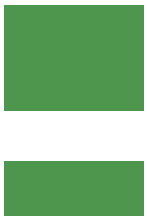
<source format=gbr>
%TF.GenerationSoftware,KiCad,Pcbnew,8.0.2*%
%TF.CreationDate,2024-08-31T13:36:28-07:00*%
%TF.ProjectId,GCU-ADU,4743552d-4144-4552-9e6b-696361645f70,rev?*%
%TF.SameCoordinates,Original*%
%TF.FileFunction,Glue,Bot*%
%TF.FilePolarity,Positive*%
%FSLAX46Y46*%
G04 Gerber Fmt 4.6, Leading zero omitted, Abs format (unit mm)*
G04 Created by KiCad (PCBNEW 8.0.2) date 2024-08-31 13:36:28*
%MOMM*%
%LPD*%
G01*
G04 APERTURE LIST*
%ADD10C,0.100000*%
G04 APERTURE END LIST*
D10*
X113563400Y-71937400D02*
X125298200Y-71937400D01*
X125298200Y-76484000D01*
X113563400Y-76484000D01*
X113563400Y-71937400D01*
G36*
X113563400Y-71937400D02*
G01*
X125298200Y-71937400D01*
X125298200Y-76484000D01*
X113563400Y-76484000D01*
X113563400Y-71937400D01*
G37*
X113563400Y-58724800D02*
X125298200Y-58724800D01*
X125298200Y-67614800D01*
X113563400Y-67614800D01*
X113563400Y-58724800D01*
G36*
X113563400Y-58724800D02*
G01*
X125298200Y-58724800D01*
X125298200Y-67614800D01*
X113563400Y-67614800D01*
X113563400Y-58724800D01*
G37*
M02*

</source>
